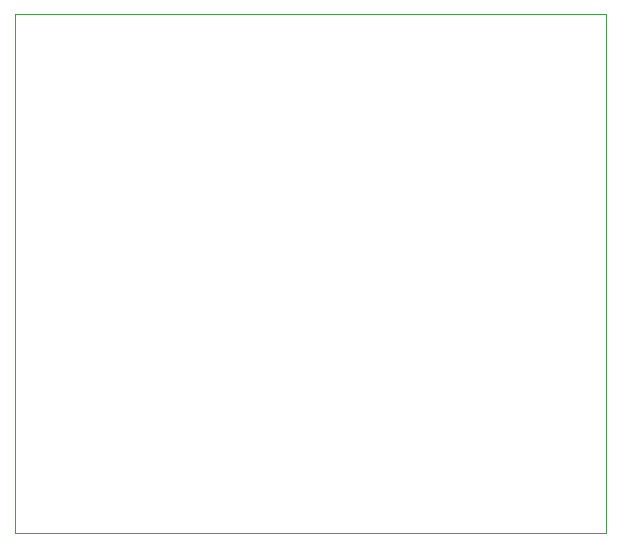
<source format=gbr>
G04 #@! TF.GenerationSoftware,KiCad,Pcbnew,7.0.6*
G04 #@! TF.CreationDate,2023-08-06T21:35:15+02:00*
G04 #@! TF.ProjectId,AD9744_Test,41443937-3434-45f5-9465-73742e6b6963,rev?*
G04 #@! TF.SameCoordinates,Original*
G04 #@! TF.FileFunction,Profile,NP*
%FSLAX46Y46*%
G04 Gerber Fmt 4.6, Leading zero omitted, Abs format (unit mm)*
G04 Created by KiCad (PCBNEW 7.0.6) date 2023-08-06 21:35:15*
%MOMM*%
%LPD*%
G01*
G04 APERTURE LIST*
G04 #@! TA.AperFunction,Profile*
%ADD10C,0.100000*%
G04 #@! TD*
G04 APERTURE END LIST*
D10*
X110500000Y-75000000D02*
X160500000Y-75000000D01*
X160500000Y-119000000D01*
X110500000Y-119000000D01*
X110500000Y-75000000D01*
M02*

</source>
